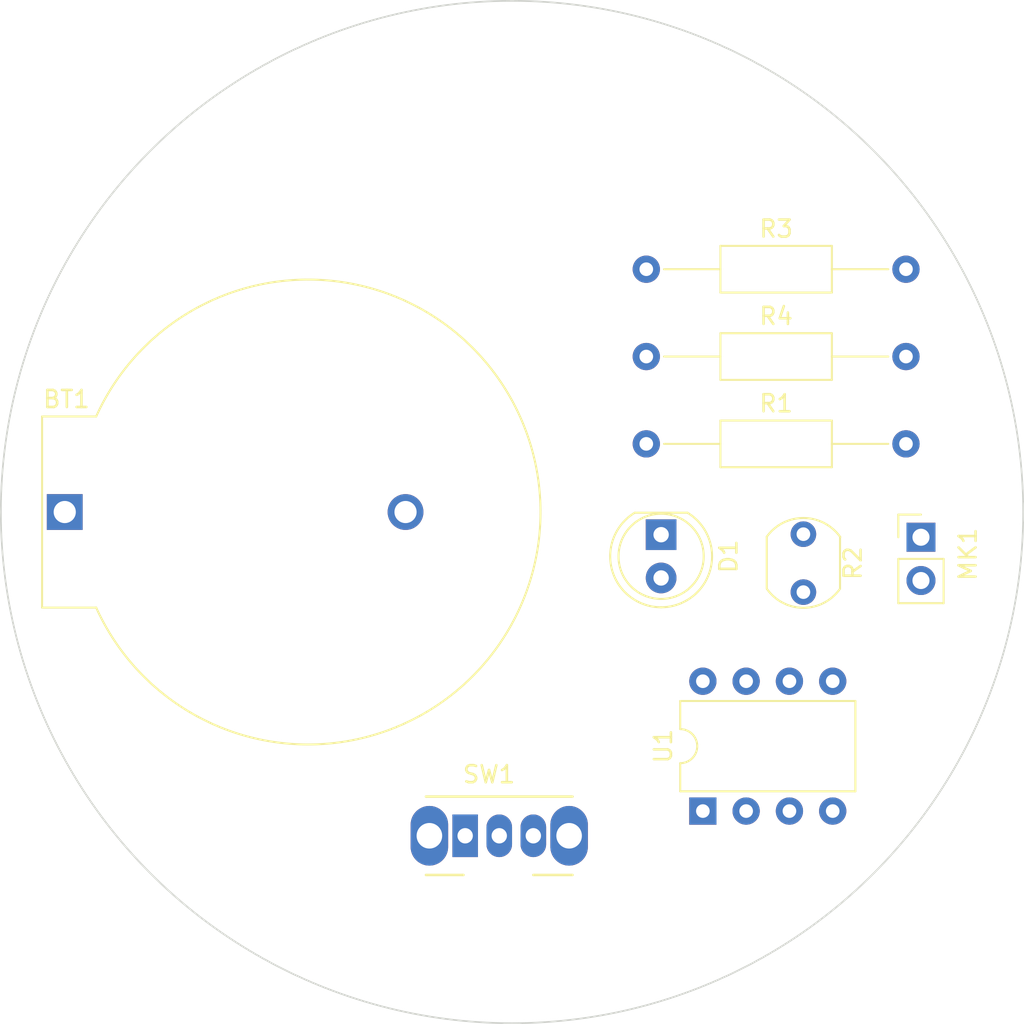
<source format=kicad_pcb>
(kicad_pcb (version 20221018) (generator pcbnew)
  (layers (0 "F.Cu" signal) (31 "B.Cu" signal) (34 "B.Paste" user) (35 "F.Paste" user) (36 "B.SilkS" user "B.Silkscreen") (37 "F.SilkS" user "F.Silkscreen") (38 "B.Mask" user) (39 "F.Mask" user) (44 "Edge.Cuts" user))
  (net 0 "")
  (net 1 "+3.3V")
  (net 2 "Net-(BT1--)")
  (net 3 "Net-(D1-K)")
  (net 4 "/LED")
  (net 5 "GND")
  (net 6 "/MIC")
  (net 7 "/LDR")
  (footprint "Package_DIP:DIP-8_W7.62mm" (layer "F.Cu") (at 144.7 114.8 90)
    (fp_text reference "U1" (at 3.81 -2.33 90) (layer "F.SilkS"))
    (fp_text value "ATtiny85V-10P")
    (fp_line (start 1.16 -1.33) (end 1.16 8.95) (stroke (width 0.12)) (layer "F.SilkS"))
    (fp_line (start 1.16 8.95) (end 6.46 8.95) (stroke (width 0.12)) (layer "F.SilkS"))
    (fp_line (start 2.81 -1.33) (end 1.16 -1.33) (stroke (width 0.12)) (layer "F.SilkS"))
    (fp_line (start 6.46 -1.33) (end 4.81 -1.33) (stroke (width 0.12)) (layer "F.SilkS"))
    (fp_line (start 6.46 8.95) (end 6.46 -1.33) (stroke (width 0.12)) (layer "F.SilkS"))
    (fp_arc (start 4.81 -1.33) (mid 3.81 -0.33) (end 2.81 -1.33) (stroke (width 0.12)) (layer "F.SilkS"))
    (pad "1" thru_hole rect (at 0 0 90) (size 1.6 1.6) (drill 0.8) (layers "*.Cu" "*.Mask"))
    (pad "2" thru_hole oval (at 0 2.54 90) (size 1.6 1.6) (drill 0.8) (layers "*.Cu" "*.Mask") (net 6 "/MIC"))
    (pad "3" thru_hole oval (at 0 5.08 90) (size 1.6 1.6) (drill 0.8) (layers "*.Cu" "*.Mask"))
    (pad "4" thru_hole oval (at 0 7.62 90) (size 1.6 1.6) (drill 0.8) (layers "*.Cu" "*.Mask") (net 5 "GND"))
    (pad "5" thru_hole oval (at 7.62 7.62 90) (size 1.6 1.6) (drill 0.8) (layers "*.Cu" "*.Mask"))
    (pad "6" thru_hole oval (at 7.62 5.08 90) (size 1.6 1.6) (drill 0.8) (layers "*.Cu" "*.Mask") (net 4 "/LED"))
    (pad "7" thru_hole oval (at 7.62 2.54 90) (size 1.6 1.6) (drill 0.8) (layers "*.Cu" "*.Mask") (net 7 "/LDR"))
    (pad "8" thru_hole oval (at 7.62 0 90) (size 1.6 1.6) (drill 0.8) (layers "*.Cu" "*.Mask") (net 1 "+3.3V"))
  )
  (footprint "Resistor_THT:R_Axial_DIN0207_L6.3mm_D2.5mm_P15.24mm_Horizontal" (layer "F.Cu") (at 141.38 83)
    (fp_text reference "R3" (at 7.62 -2.37) (layer "F.SilkS"))
    (fp_text value "5.6k")
    (fp_line (start 1.04 0) (end 4.35 0) (stroke (width 0.12)) (layer "F.SilkS"))
    (fp_line (start 4.35 -1.37) (end 4.35 1.37) (stroke (width 0.12)) (layer "F.SilkS"))
    (fp_line (start 4.35 1.37) (end 10.89 1.37) (stroke (width 0.12)) (layer "F.SilkS"))
    (fp_line (start 10.89 -1.37) (end 4.35 -1.37) (stroke (width 0.12)) (layer "F.SilkS"))
    (fp_line (start 10.89 1.37) (end 10.89 -1.37) (stroke (width 0.12)) (layer "F.SilkS"))
    (fp_line (start 14.2 0) (end 10.89 0) (stroke (width 0.12)) (layer "F.SilkS"))
    (pad "1" thru_hole circle (at 0 0) (size 1.6 1.6) (drill 0.8) (layers "*.Cu" "*.Mask") (net 1 "+3.3V"))
    (pad "2" thru_hole oval (at 15.24 0) (size 1.6 1.6) (drill 0.8) (layers "*.Cu" "*.Mask") (net 6 "/MIC"))
  )
  (footprint "Connector_PinHeader_2.54mm:PinHeader_1x02_P2.54mm_Vertical" (layer "F.Cu") (at 157.5 98.73)
    (fp_text reference "MK1" (at 2.75 1 90) (layer "F.SilkS"))
    (fp_text value "Microphone_Condenser")
    (fp_line (start -1.33 -1.33) (end 0 -1.33) (stroke (width 0.12)) (layer "F.SilkS"))
    (fp_line (start -1.33 0) (end -1.33 -1.33) (stroke (width 0.12)) (layer "F.SilkS"))
    (fp_line (start -1.33 1.27) (end -1.33 3.87) (stroke (width 0.12)) (layer "F.SilkS"))
    (fp_line (start -1.33 1.27) (end 1.33 1.27) (stroke (width 0.12)) (layer "F.SilkS"))
    (fp_line (start -1.33 3.87) (end 1.33 3.87) (stroke (width 0.12)) (layer "F.SilkS"))
    (fp_line (start 1.33 1.27) (end 1.33 3.87) (stroke (width 0.12)) (layer "F.SilkS"))
    (pad "1" thru_hole rect (at 0 0) (size 1.7 1.7) (drill 1) (layers "*.Cu" "*.Mask") (net 5 "GND"))
    (pad "2" thru_hole oval (at 0 2.54) (size 1.7 1.7) (drill 1) (layers "*.Cu" "*.Mask") (net 6 "/MIC"))
  )
  (footprint "Resistor_THT:R_Axial_DIN0207_L6.3mm_D2.5mm_P15.24mm_Horizontal" (layer "F.Cu") (at 141.38 88.125)
    (fp_text reference "R4" (at 7.62 -2.37) (layer "F.SilkS"))
    (fp_text value "470R")
    (fp_line (start 1.04 0) (end 4.35 0) (stroke (width 0.12)) (layer "F.SilkS"))
    (fp_line (start 4.35 -1.37) (end 4.35 1.37) (stroke (width 0.12)) (layer "F.SilkS"))
    (fp_line (start 4.35 1.37) (end 10.89 1.37) (stroke (width 0.12)) (layer "F.SilkS"))
    (fp_line (start 10.89 -1.37) (end 4.35 -1.37) (stroke (width 0.12)) (layer "F.SilkS"))
    (fp_line (start 10.89 1.37) (end 10.89 -1.37) (stroke (width 0.12)) (layer "F.SilkS"))
    (fp_line (start 14.2 0) (end 10.89 0) (stroke (width 0.12)) (layer "F.SilkS"))
    (pad "1" thru_hole circle (at 0 0) (size 1.6 1.6) (drill 0.8) (layers "*.Cu" "*.Mask") (net 3 "Net-(D1-K)"))
    (pad "2" thru_hole oval (at 15.24 0) (size 1.6 1.6) (drill 0.8) (layers "*.Cu" "*.Mask") (net 5 "GND"))
  )
  (footprint "OptoDevice:R_LDR_5.1x4.3mm_P3.4mm_Vertical" (layer "F.Cu") (at 150.6 98.55 -90)
    (fp_text reference "R2" (at 1.7 -2.9 90) (layer "F.SilkS"))
    (fp_text value "5mm LDR")
    (fp_line (start 0.15 -2.15) (end 3.2 -2.15) (stroke (width 0.12)) (layer "F.SilkS"))
    (fp_line (start 0.15 2.15) (end 3.2 2.15) (stroke (width 0.12)) (layer "F.SilkS"))
    (fp_arc (start 0.15 2.15) (mid -0.950438 -0.013368) (end 0.171766 -2.165525) (stroke (width 0.12)) (layer "F.SilkS"))
    (fp_arc (start 3.2 -2.15) (mid 4.321403 -0.027338) (end 3.244513 2.118249) (stroke (width 0.12)) (layer "F.SilkS"))
    (pad "1" thru_hole circle (at 0 0 270) (size 1.5 1.5) (drill 0.8) (layers "*.Cu" "*.Mask") (net 7 "/LDR"))
    (pad "2" thru_hole circle (at 3.4 0 270) (size 1.5 1.5) (drill 0.8) (layers "*.Cu" "*.Mask") (net 5 "GND"))
  )
  (footprint "LED_THT:LED_D5.0mm" (layer "F.Cu") (at 142.25 98.58 -90)
    (fp_text reference "D1" (at 1.27 -3.96 90) (layer "F.SilkS"))
    (fp_text value "5mm Yellow LED")
    (fp_line (start -1.29 -1.545) (end -1.29 1.545) (stroke (width 0.12)) (layer "F.SilkS"))
    (fp_arc (start -1.29 -1.54483) (mid 2.072002 -2.880433) (end 4.26 0.000462) (stroke (width 0.12)) (layer "F.SilkS"))
    (fp_arc (start 4.26 -0.000462) (mid 2.072002 2.880433) (end -1.29 1.54483) (stroke (width 0.12)) (layer "F.SilkS"))
    (fp_circle (center 1.27 0) (end 3.77 0) (stroke (width 0.12)) (fill none) (layer "F.SilkS"))
    (pad "1" thru_hole rect (at 0 0 270) (size 1.8 1.8) (drill 0.9) (layers "*.Cu" "*.Mask") (net 3 "Net-(D1-K)"))
    (pad "2" thru_hole circle (at 2.54 0 270) (size 1.8 1.8) (drill 0.9) (layers "*.Cu" "*.Mask") (net 4 "/LED"))
  )
  (footprint "Battery:BatteryHolder_ComfortableElectronic_CH273-2450_1x2450" (layer "F.Cu") (at 107.25 97.25)
    (fp_text reference "BT1" (at 0.1 -6.62) (layer "F.SilkS"))
    (fp_text value "3.3V Cell")
    (fp_line (start -1.33 -5.61) (end 1.845 -5.61) (stroke (width 0.12)) (layer "F.SilkS"))
    (fp_line (start -1.33 5.61) (end -1.33 -5.61) (stroke (width 0.12)) (layer "F.SilkS"))
    (fp_line (start 1.845 5.61) (end -1.33 5.61) (stroke (width 0.12)) (layer "F.SilkS"))
    (fp_arc (start 1.845 -5.61) (mid 27.921896 0) (end 1.845 5.61) (stroke (width 0.12)) (layer "F.SilkS"))
    (pad "1" thru_hole rect (at 0 0 270) (size 2.1 2.1) (drill 1.3) (layers "*.Cu" "*.Mask") (net 1 "+3.3V"))
    (pad "2" thru_hole circle (at 20 0 270) (size 2.1 2.1) (drill 1.3) (layers "*.Cu" "*.Mask") (net 2 "Net-(BT1--)"))
  )
  (footprint "Resistor_THT:R_Axial_DIN0207_L6.3mm_D2.5mm_P15.24mm_Horizontal" (layer "F.Cu") (at 141.38 93.25)
    (fp_text reference "R1" (at 7.62 -2.37) (layer "F.SilkS"))
    (fp_text value "10k")
    (fp_line (start 1.04 0) (end 4.35 0) (stroke (width 0.12)) (layer "F.SilkS"))
    (fp_line (start 4.35 -1.37) (end 4.35 1.37) (stroke (width 0.12)) (layer "F.SilkS"))
    (fp_line (start 4.35 1.37) (end 10.89 1.37) (stroke (width 0.12)) (layer "F.SilkS"))
    (fp_line (start 10.89 -1.37) (end 4.35 -1.37) (stroke (width 0.12)) (layer "F.SilkS"))
    (fp_line (start 10.89 1.37) (end 10.89 -1.37) (stroke (width 0.12)) (layer "F.SilkS"))
    (fp_line (start 14.2 0) (end 10.89 0) (stroke (width 0.12)) (layer "F.SilkS"))
    (pad "1" thru_hole circle (at 0 0) (size 1.6 1.6) (drill 0.8) (layers "*.Cu" "*.Mask") (net 1 "+3.3V"))
    (pad "2" thru_hole oval (at 15.24 0) (size 1.6 1.6) (drill 0.8) (layers "*.Cu" "*.Mask") (net 7 "/LDR"))
  )
  (footprint "Button_Switch_THT:SW_CuK_OS102011MA1QN1_SPDT_Angled" (layer "F.Cu") (at 130.75 116.25)
    (fp_text reference "SW1" (at 1.4 -3.6) (layer "F.SilkS"))
    (fp_text value "SW_SPDT")
    (fp_line (start -2.3 -2.3) (end 6.3 -2.3) (stroke (width 0.15)) (layer "F.SilkS"))
    (fp_line (start -2.3 2.3) (end -0.1 2.3) (stroke (width 0.15)) (layer "F.SilkS"))
    (fp_line (start 4 2.3) (end 6.3 2.3) (stroke (width 0.15)) (layer "F.SilkS"))
    (pad "" thru_hole oval (at -2.1 0) (size 2.2 3.5) (drill 1.5) (layers "*.Cu" "*.Mask"))
    (pad "" thru_hole oval (at 6.1 0) (size 2.2 3.5) (drill 1.5) (layers "*.Cu" "*.Mask"))
    (pad "1" thru_hole rect (at 0 0) (size 1.5 2.5) (drill 0.9) (layers "*.Cu" "*.Mask"))
    (pad "2" thru_hole oval (at 2 0) (size 1.5 2.5) (drill 0.9) (layers "*.Cu" "*.Mask") (net 5 "GND"))
    (pad "3" thru_hole oval (at 4 0) (size 1.5 2.5) (drill 0.9) (layers "*.Cu" "*.Mask") (net 2 "Net-(BT1--)"))
  )
  (gr_circle locked (center 133.5 97.25) (end 163.5 97.25) (stroke (width 0.1)) (fill none) (layer "Edge.Cuts"))
)
</source>
